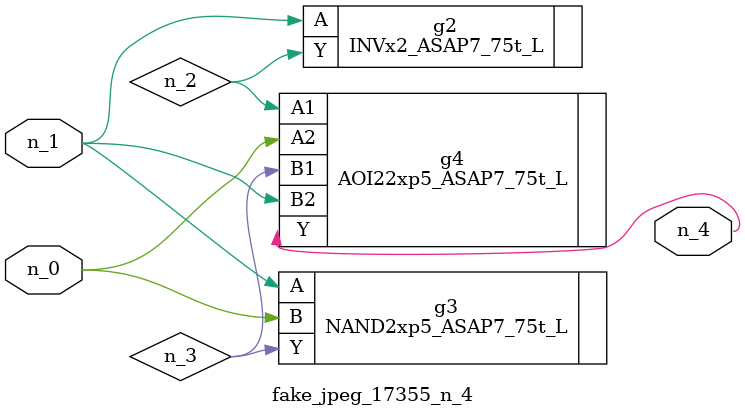
<source format=v>
module fake_jpeg_17355_n_4 (n_0, n_1, n_4);

input n_0;
input n_1;

output n_4;

wire n_2;
wire n_3;

INVx2_ASAP7_75t_L g2 ( 
.A(n_1),
.Y(n_2)
);

NAND2xp5_ASAP7_75t_L g3 ( 
.A(n_1),
.B(n_0),
.Y(n_3)
);

AOI22xp5_ASAP7_75t_L g4 ( 
.A1(n_2),
.A2(n_0),
.B1(n_3),
.B2(n_1),
.Y(n_4)
);


endmodule
</source>
